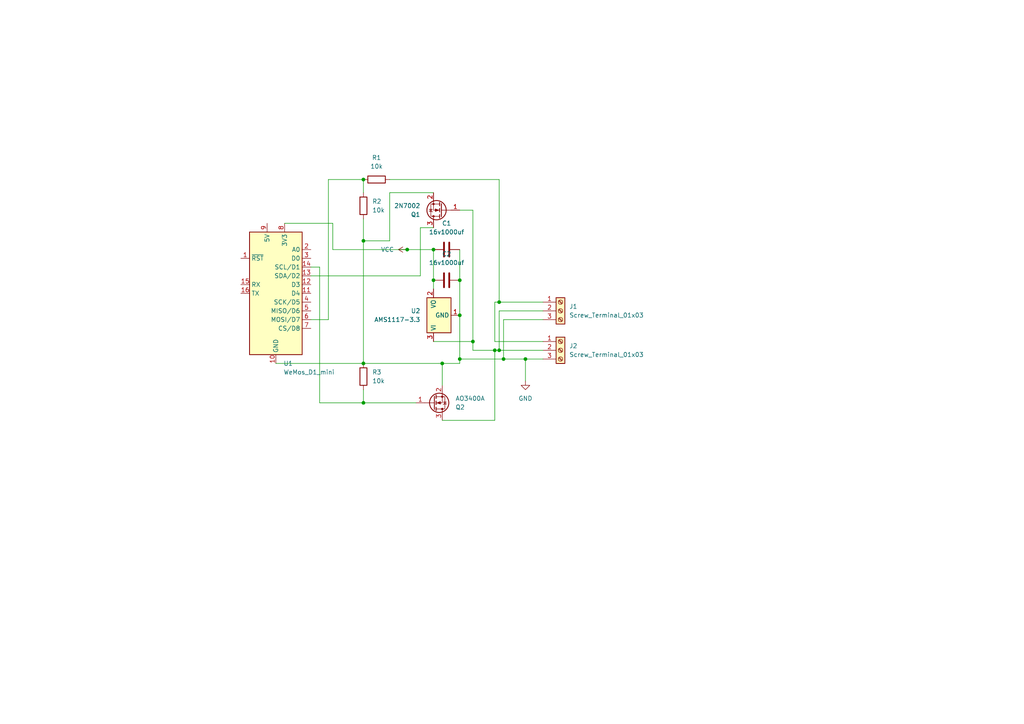
<source format=kicad_sch>
(kicad_sch (version 20230121) (generator eeschema)
  (paper "A4")
  (lib_symbols
    (symbol "Connector:Screw_Terminal_01x03" (pin_names (offset 1.016) hide)
      (property "Reference" "J" (at 0 5.08 0))
      (property "Value" "Screw_Terminal_01x03" (at 0 -5.08 0))
      (symbol "Screw_Terminal_01x03_1_1"
        (rectangle (start -1.27 3.81) (end 1.27 -3.81) (stroke (width 0.254)) (fill (type background)))
        (circle (center 0 -2.54) (radius 0.635) (stroke (width 0.1524)))
        (polyline (pts (xy -0.5334 -2.2098) (xy 0.3302 -3.048)) (stroke (width 0.1524)))
        (polyline (pts (xy -0.5334 0.3302) (xy 0.3302 -0.508)) (stroke (width 0.1524)))
        (polyline (pts (xy -0.5334 2.8702) (xy 0.3302 2.032)) (stroke (width 0.1524)))
        (polyline (pts (xy -0.3556 -2.032) (xy 0.508 -2.8702)) (stroke (width 0.1524)))
        (polyline (pts (xy -0.3556 0.508) (xy 0.508 -0.3302)) (stroke (width 0.1524)))
        (polyline (pts (xy -0.3556 3.048) (xy 0.508 2.2098)) (stroke (width 0.1524)))
        (circle (center 0 0) (radius 0.635) (stroke (width 0.1524)))
        (circle (center 0 2.54) (radius 0.635) (stroke (width 0.1524)))
        (pin passive line (at -5.08 2.54 0) (length 3.81) (name "Pin_1") (number "1"))
        (pin passive line (at -5.08 0 0) (length 3.81) (name "Pin_2") (number "2"))
        (pin passive line (at -5.08 -2.54 0) (length 3.81) (name "Pin_3") (number "3"))
      )
    )
    (symbol "Device:C" (pin_numbers hide) (pin_names (offset 0.254))
      (property "Reference" "C" (at 0.635 2.54 0))
      (property "Value" "C" (at 0.635 -2.54 0))
      (symbol "C_0_1"
        (polyline (pts (xy -2.032 -0.762) (xy 2.032 -0.762)) (stroke (width 0.508)))
        (polyline (pts (xy -2.032 0.762) (xy 2.032 0.762)) (stroke (width 0.508)))
      )
      (symbol "C_1_1"
        (pin passive line (at 0 3.81 270) (length 2.794) (name "~") (number "1"))
        (pin passive line (at 0 -3.81 90) (length 2.794) (name "~") (number "2"))
      )
    )
    (symbol "Device:R" (pin_numbers hide) (pin_names (offset 0))
      (property "Reference" "R" (at 2.032 0 90))
      (property "Value" "R" (at 0 0 90))
      (symbol "R_0_1"
        (rectangle (start -1.016 -2.54) (end 1.016 2.54) (stroke (width 0.254)))
      )
      (symbol "R_1_1"
        (pin passive line (at 0 3.81 270) (length 1.27) (name "~") (number "1"))
        (pin passive line (at 0 -3.81 90) (length 1.27) (name "~") (number "2"))
      )
    )
    (symbol "MCU_Module:WeMos_D1_mini"
      (property "Reference" "U" (at 3.81 19.05 0))
      (property "Value" "WeMos_D1_mini" (at 1.27 -19.05 0))
      (symbol "WeMos_D1_mini_1_1"
        (rectangle (start -7.62 17.78) (end 7.62 -17.78) (stroke (width 0.254)) (fill (type background)))
        (pin input line (at -10.16 10.16 0) (length 2.54) (name "~{RST}") (number "1"))
        (pin power_in line (at 0 -20.32 90) (length 2.54) (name "GND") (number "10"))
        (pin bidirectional line (at 10.16 0 180) (length 2.54) (name "D4") (number "11"))
        (pin bidirectional line (at 10.16 2.54 180) (length 2.54) (name "D3") (number "12"))
        (pin bidirectional line (at 10.16 5.08 180) (length 2.54) (name "SDA/D2") (number "13"))
        (pin bidirectional line (at 10.16 7.62 180) (length 2.54) (name "SCL/D1") (number "14"))
        (pin input line (at -10.16 2.54 0) (length 2.54) (name "RX") (number "15"))
        (pin output line (at -10.16 0 0) (length 2.54) (name "TX") (number "16"))
        (pin input line (at 10.16 12.7 180) (length 2.54) (name "A0") (number "2"))
        (pin bidirectional line (at 10.16 10.16 180) (length 2.54) (name "D0") (number "3"))
        (pin bidirectional line (at 10.16 -2.54 180) (length 2.54) (name "SCK/D5") (number "4"))
        (pin bidirectional line (at 10.16 -5.08 180) (length 2.54) (name "MISO/D6") (number "5"))
        (pin bidirectional line (at 10.16 -7.62 180) (length 2.54) (name "MOSI/D7") (number "6"))
        (pin bidirectional line (at 10.16 -10.16 180) (length 2.54) (name "CS/D8") (number "7"))
        (pin power_out line (at 2.54 20.32 270) (length 2.54) (name "3V3") (number "8"))
        (pin power_in line (at -2.54 20.32 270) (length 2.54) (name "5V") (number "9"))
      )
    )
    (symbol "Regulator_Linear:AMS1117-3.3"
      (property "Reference" "U" (at -3.81 3.175 0))
      (property "Value" "AMS1117-3.3" (at 0 3.175 0))
      (symbol "AMS1117-3.3_0_1"
        (rectangle (start -5.08 -5.08) (end 5.08 1.905) (stroke (width 0.254)) (fill (type background)))
      )
      (symbol "AMS1117-3.3_1_1"
        (pin power_in line (at 0 -7.62 90) (length 2.54) (name "GND") (number "1"))
        (pin power_out line (at 7.62 0 180) (length 2.54) (name "VO") (number "2"))
        (pin power_in line (at -7.62 0 0) (length 2.54) (name "VI") (number "3"))
      )
    )
    (symbol "Transistor_FET:2N7002" (pin_names hide)
      (property "Reference" "Q" (at 5.08 1.905 0))
      (property "Value" "2N7002" (at 5.08 0 0))
      (symbol "2N7002_0_1"
        (polyline (pts (xy 0.254 0) (xy -2.54 0)))
        (polyline (pts (xy 0.254 1.905) (xy 0.254 -1.905)) (stroke (width 0.254)))
        (polyline (pts (xy 0.762 -1.27) (xy 0.762 -2.286)) (stroke (width 0.254)))
        (polyline (pts (xy 0.762 0.508) (xy 0.762 -0.508)) (stroke (width 0.254)))
        (polyline (pts (xy 0.762 2.286) (xy 0.762 1.27)) (stroke (width 0.254)))
        (polyline (pts (xy 2.54 2.54) (xy 2.54 1.778)))
        (polyline (pts (xy 2.54 -2.54) (xy 2.54 0) (xy 0.762 0)))
        (polyline (pts (xy 0.762 -1.778) (xy 3.302 -1.778) (xy 3.302 1.778) (xy 0.762 1.778)))
        (polyline (pts (xy 1.016 0) (xy 2.032 0.381) (xy 2.032 -0.381) (xy 1.016 0)) (fill (type outline)))
        (polyline (pts (xy 2.794 0.508) (xy 2.921 0.381) (xy 3.683 0.381) (xy 3.81 0.254)))
        (polyline (pts (xy 3.302 0.381) (xy 2.921 -0.254) (xy 3.683 -0.254) (xy 3.302 0.381)))
        (circle (center 1.651 0) (radius 2.794) (stroke (width 0.254)))
        (circle (center 2.54 -1.778) (radius 0.254) (fill (type outline)))
        (circle (center 2.54 1.778) (radius 0.254) (fill (type outline)))
      )
      (symbol "2N7002_1_1"
        (pin input line (at -5.08 0 0) (length 2.54) (name "G") (number "1"))
        (pin passive line (at 2.54 -5.08 90) (length 2.54) (name "S") (number "2"))
        (pin passive line (at 2.54 5.08 270) (length 2.54) (name "D") (number "3"))
      )
    )
    (symbol "Transistor_FET:AO3400A" (pin_names hide)
      (property "Reference" "Q" (at 5.08 1.905 0))
      (property "Value" "AO3400A" (at 5.08 0 0))
      (symbol "AO3400A_0_1"
        (polyline (pts (xy 0.254 0) (xy -2.54 0)))
        (polyline (pts (xy 0.254 1.905) (xy 0.254 -1.905)) (stroke (width 0.254)))
        (polyline (pts (xy 0.762 -1.27) (xy 0.762 -2.286)) (stroke (width 0.254)))
        (polyline (pts (xy 0.762 0.508) (xy 0.762 -0.508)) (stroke (width 0.254)))
        (polyline (pts (xy 0.762 2.286) (xy 0.762 1.27)) (stroke (width 0.254)))
        (polyline (pts (xy 2.54 2.54) (xy 2.54 1.778)))
        (polyline (pts (xy 2.54 -2.54) (xy 2.54 0) (xy 0.762 0)))
        (polyline (pts (xy 0.762 -1.778) (xy 3.302 -1.778) (xy 3.302 1.778) (xy 0.762 1.778)))
        (polyline (pts (xy 1.016 0) (xy 2.032 0.381) (xy 2.032 -0.381) (xy 1.016 0)) (fill (type outline)))
        (polyline (pts (xy 2.794 0.508) (xy 2.921 0.381) (xy 3.683 0.381) (xy 3.81 0.254)))
        (polyline (pts (xy 3.302 0.381) (xy 2.921 -0.254) (xy 3.683 -0.254) (xy 3.302 0.381)))
        (circle (center 1.651 0) (radius 2.794) (stroke (width 0.254)))
        (circle (center 2.54 -1.778) (radius 0.254) (fill (type outline)))
        (circle (center 2.54 1.778) (radius 0.254) (fill (type outline)))
      )
      (symbol "AO3400A_1_1"
        (pin input line (at -5.08 0 0) (length 2.54) (name "G") (number "1"))
        (pin passive line (at 2.54 -5.08 90) (length 2.54) (name "S") (number "2"))
        (pin passive line (at 2.54 5.08 270) (length 2.54) (name "D") (number "3"))
      )
    )
    (symbol "power:GND" (power) (pin_names (offset 0))
      (property "Value" "GND" (at 0 -3.81 0))
      (symbol "GND_0_1"
        (polyline (pts (xy 0 0) (xy 0 -1.27) (xy 1.27 -1.27) (xy 0 -2.54) (xy -1.27 -1.27) (xy 0 -1.27)))
      )
      (symbol "GND_1_1"
        (pin power_in line (at 0 0 270) (length 0) hide (name "GND") (number "1"))
      )
    )
    (symbol "power:VCC" (power) (pin_names (offset 0))
      (property "Value" "VCC" (at 0 3.81 0))
      (symbol "VCC_0_1"
        (polyline (pts (xy -0.762 1.27) (xy 0 2.54)))
        (polyline (pts (xy 0 0) (xy 0 2.54)))
        (polyline (pts (xy 0 2.54) (xy 0.762 1.27)))
      )
      (symbol "VCC_1_1"
        (pin power_in line (at 0 0 90) (length 0) hide (name "VCC") (number "1"))
      )
    )
  )
  (junction (at 125.73 81.28))
  (junction (at 133.35 91.44))
  (junction (at 125.73 72.39))
  (junction (at 137.16 99.06))
  (junction (at 105.41 105.41))
  (junction (at 144.78 87.63))
  (junction (at 143.51 101.6))
  (junction (at 146.05 104.14))
  (junction (at 118.11 72.39))
  (junction (at 133.35 104.14))
  (junction (at 152.4 104.14))
  (junction (at 105.41 69.85))
  (junction (at 133.35 81.28))
  (junction (at 144.78 101.6))
  (junction (at 105.41 52.07))
  (junction (at 128.27 105.41))
  (junction (at 105.41 116.84))
  (wire (pts (xy 125.73 72.39) (xy 125.73 81.28)))
  (wire (pts (xy 96.52 72.39) (xy 118.11 72.39)))
  (wire (pts (xy 128.27 121.92) (xy 143.51 121.92)))
  (wire (pts (xy 133.35 60.96) (xy 137.16 60.96)))
  (wire (pts (xy 118.11 72.39) (xy 125.73 72.39)))
  (wire (pts (xy 113.03 55.88) (xy 113.03 69.85)))
  (wire (pts (xy 105.41 105.41) (xy 128.27 105.41)))
  (wire (pts (xy 143.51 87.63) (xy 144.78 87.63)))
  (wire (pts (xy 146.05 104.14) (xy 146.05 92.71)))
  (wire (pts (xy 113.03 52.07) (xy 144.78 52.07)))
  (wire (pts (xy 157.48 99.06) (xy 143.51 99.06)))
  (wire (pts (xy 144.78 52.07) (xy 144.78 87.63)))
  (wire (pts (xy 105.41 63.5) (xy 105.41 69.85)))
  (wire (pts (xy 157.48 101.6) (xy 144.78 101.6)))
  (wire (pts (xy 146.05 92.71) (xy 157.48 92.71)))
  (wire (pts (xy 137.16 60.96) (xy 137.16 99.06)))
  (wire (pts (xy 125.73 81.28) (xy 125.73 83.82)))
  (wire (pts (xy 125.73 66.04) (xy 121.92 66.04)))
  (wire (pts (xy 105.41 52.07) (xy 95.25 52.07)))
  (wire (pts (xy 143.51 99.06) (xy 143.51 87.63)))
  (wire (pts (xy 152.4 104.14) (xy 152.4 110.49)))
  (wire (pts (xy 133.35 72.39) (xy 133.35 81.28)))
  (wire (pts (xy 128.27 105.41) (xy 128.27 111.76)))
  (wire (pts (xy 125.73 55.88) (xy 113.03 55.88)))
  (wire (pts (xy 133.35 104.14) (xy 146.05 104.14)))
  (wire (pts (xy 128.27 105.41) (xy 133.35 105.41)))
  (wire (pts (xy 92.71 77.47) (xy 92.71 116.84)))
  (wire (pts (xy 144.78 101.6) (xy 144.78 90.17)))
  (wire (pts (xy 96.52 64.77) (xy 82.55 64.77)))
  (wire (pts (xy 92.71 116.84) (xy 105.41 116.84)))
  (wire (pts (xy 133.35 91.44) (xy 133.35 104.14)))
  (wire (pts (xy 90.17 80.01) (xy 121.92 80.01)))
  (wire (pts (xy 137.16 101.6) (xy 143.51 101.6)))
  (wire (pts (xy 133.35 81.28) (xy 133.35 91.44)))
  (wire (pts (xy 90.17 77.47) (xy 92.71 77.47)))
  (wire (pts (xy 120.65 116.84) (xy 105.41 116.84)))
  (wire (pts (xy 113.03 69.85) (xy 105.41 69.85)))
  (wire (pts (xy 137.16 99.06) (xy 137.16 101.6)))
  (wire (pts (xy 144.78 90.17) (xy 157.48 90.17)))
  (wire (pts (xy 105.41 116.84) (xy 105.41 113.03)))
  (wire (pts (xy 157.48 104.14) (xy 152.4 104.14)))
  (wire (pts (xy 143.51 101.6) (xy 144.78 101.6)))
  (wire (pts (xy 96.52 72.39) (xy 96.52 64.77)))
  (wire (pts (xy 125.73 99.06) (xy 137.16 99.06)))
  (wire (pts (xy 121.92 66.04) (xy 121.92 80.01)))
  (wire (pts (xy 133.35 104.14) (xy 133.35 105.41)))
  (wire (pts (xy 105.41 69.85) (xy 105.41 105.41)))
  (wire (pts (xy 80.01 105.41) (xy 105.41 105.41)))
  (wire (pts (xy 152.4 104.14) (xy 146.05 104.14)))
  (wire (pts (xy 144.78 87.63) (xy 157.48 87.63)))
  (wire (pts (xy 90.17 92.71) (xy 95.25 92.71)))
  (wire (pts (xy 143.51 121.92) (xy 143.51 101.6)))
  (wire (pts (xy 95.25 52.07) (xy 95.25 92.71)))
  (wire (pts (xy 105.41 52.07) (xy 105.41 55.88)))
  (symbol (lib_id "Device:R") (at 105.41 109.22 0) (unit 1)
    (property "Reference" "R3" (at 107.95 107.95 0) (effects (justify left)))
    (property "Value" "10k" (at 107.95 110.49 0) (effects (justify left)))
    (property "Footprint" "Resistor_SMD:R_0805_2012Metric" (effects hide))
  )
  (symbol (lib_id "MCU_Module:WeMos_D1_mini") (at 80.01 85.09 0) (unit 1)
    (property "Reference" "U1" (at 82.2041 105.41 0) (effects (justify left)))
    (property "Value" "WeMos_D1_mini" (at 82.2041 107.95 0) (effects (justify left)))
    (property "Footprint" "Module:WEMOS_D1_mini_light" (effects hide))
    (property "Datasheet" "https://wiki.wemos.cc/products:d1:d1_mini#documentation" (effects hide))
  )
  (symbol (lib_id "Device:C") (at 129.54 72.39 90) (unit 1)
    (property "Reference" "C1" (at 129.54 64.77 90))
    (property "Value" "16v1000uf" (at 129.54 67.31 90))
    (property "Footprint" "Capacitor_SMD:CP_Elec_10x10.5" (effects hide))
  )
  (symbol (lib_id "Connector:Screw_Terminal_01x03") (at 162.56 90.17 0) (unit 1)
    (property "Reference" "J1" (at 165.1 88.9 0) (effects (justify left)))
    (property "Value" "Screw_Terminal_01x03" (at 165.1 91.44 0) (effects (justify left)))
    (property "Footprint" "TerminalBlock_Phoenix:TerminalBlock_Phoenix_MKDS-1,5-3_1x03_P5.00mm_Horizontal" (effects hide))
  )
  (symbol (lib_id "power:VCC") (at 118.11 72.39 90) (unit 1)
    (property "Reference" "#PWR02" (effects hide))
    (property "Value" "VCC" (at 114.3 72.39 90) (effects (justify left)))
  )
  (symbol (lib_id "Regulator_Linear:AMS1117-3.3") (at 125.73 91.44 90) (unit 1)
    (property "Reference" "U2" (at 121.92 90.17 90) (effects (justify left)))
    (property "Value" "AMS1117-3.3" (at 121.92 92.71 90) (effects (justify left)))
    (property "Footprint" "Package_TO_SOT_SMD:SOT-223-3_TabPin2" (effects hide))
    (property "Datasheet" "http://www.advanced-monolithic.com/pdf/ds1117.pdf" (effects hide))
  )
  (symbol (lib_id "Device:R") (at 105.41 59.69 0) (unit 1)
    (property "Reference" "R2" (at 107.95 58.42 0) (effects (justify left)))
    (property "Value" "10k" (at 107.95 60.96 0) (effects (justify left)))
    (property "Footprint" "Resistor_SMD:R_0805_2012Metric" (effects hide))
  )
  (symbol (lib_id "Connector:Screw_Terminal_01x03") (at 162.56 101.6 0) (unit 1)
    (property "Reference" "J2" (at 165.1 100.33 0) (effects (justify left)))
    (property "Value" "Screw_Terminal_01x03" (at 165.1 102.87 0) (effects (justify left)))
    (property "Footprint" "Connector_Phoenix_MC:PhoenixContact_MCV_1,5_3-G-3.5_1x03_P3.50mm_Vertical" (effects hide))
  )
  (symbol (lib_id "power:GND") (at 152.4 110.49 0) (unit 1)
    (property "Reference" "#PWR01" (effects hide))
    (property "Value" "GND" (at 152.4 115.57 0))
  )
  (symbol (lib_id "Device:C") (at 129.54 81.28 90) (unit 1)
    (property "Reference" "C2" (at 129.54 73.66 90))
    (property "Value" "16v1000uf" (at 129.54 76.2 90))
    (property "Footprint" "Capacitor_THT:CP_Radial_D10.0mm_P5.00mm" (effects hide))
  )
  (symbol (lib_id "Transistor_FET:AO3400A") (at 125.73 116.84 0) (mirror x) (unit 1)
    (property "Reference" "Q2" (at 132.08 118.11 0) (effects (justify left)))
    (property "Value" "AO3400A" (at 132.08 115.57 0) (effects (justify left)))
    (property "Footprint" "Package_TO_SOT_SMD:SOT-23" (effects hide))
    (property "Datasheet" "http://www.aosmd.com/pdfs/datasheet/AO3400A.pdf" (effects hide))
  )
  (symbol (lib_id "Device:R") (at 109.22 52.07 270) (unit 1)
    (property "Reference" "R1" (at 109.22 45.72 90))
    (property "Value" "10k" (at 109.22 48.26 90))
    (property "Footprint" "Resistor_SMD:R_0805_2012Metric" (effects hide))
  )
  (symbol (lib_id "Transistor_FET:2N7002") (at 128.27 60.96 180) (unit 1)
    (property "Reference" "Q1" (at 121.92 62.23 0) (effects (justify left)))
    (property "Value" "2N7002" (at 121.92 59.69 0) (effects (justify left)))
    (property "Footprint" "Package_TO_SOT_SMD:SOT-23" (effects hide))
    (property "Datasheet" "https://www.onsemi.com/pub/Collateral/NDS7002A-D.PDF" (effects hide))
  )
)
</source>
